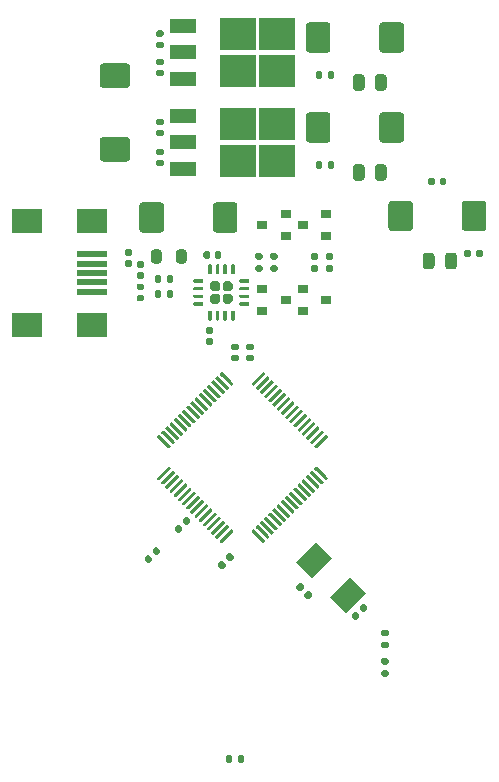
<source format=gbr>
%TF.GenerationSoftware,KiCad,Pcbnew,5.1.7-a382d34a8~87~ubuntu18.04.1*%
%TF.CreationDate,2020-10-15T21:21:34+02:00*%
%TF.ProjectId,veriController,76657269-436f-46e7-9472-6f6c6c65722e,rev?*%
%TF.SameCoordinates,Original*%
%TF.FileFunction,Paste,Top*%
%TF.FilePolarity,Positive*%
%FSLAX46Y46*%
G04 Gerber Fmt 4.6, Leading zero omitted, Abs format (unit mm)*
G04 Created by KiCad (PCBNEW 5.1.7-a382d34a8~87~ubuntu18.04.1) date 2020-10-15 21:21:34*
%MOMM*%
%LPD*%
G01*
G04 APERTURE LIST*
%ADD10C,0.100000*%
%ADD11R,2.200000X1.200000*%
%ADD12R,3.050000X2.750000*%
%ADD13R,0.900000X0.800000*%
%ADD14R,2.500000X2.000000*%
%ADD15R,2.500000X0.500000*%
G04 APERTURE END LIST*
%TO.C,U1*%
G36*
G01*
X63478134Y-91300899D02*
X63584200Y-91194833D01*
G75*
G02*
X63690266Y-91194833I53033J-53033D01*
G01*
X64627182Y-92131749D01*
G75*
G02*
X64627182Y-92237815I-53033J-53033D01*
G01*
X64521116Y-92343881D01*
G75*
G02*
X64415050Y-92343881I-53033J53033D01*
G01*
X63478134Y-91406965D01*
G75*
G02*
X63478134Y-91300899I53033J53033D01*
G01*
G37*
G36*
G01*
X63124581Y-91654453D02*
X63230647Y-91548387D01*
G75*
G02*
X63336713Y-91548387I53033J-53033D01*
G01*
X64273629Y-92485303D01*
G75*
G02*
X64273629Y-92591369I-53033J-53033D01*
G01*
X64167563Y-92697435D01*
G75*
G02*
X64061497Y-92697435I-53033J53033D01*
G01*
X63124581Y-91760519D01*
G75*
G02*
X63124581Y-91654453I53033J53033D01*
G01*
G37*
G36*
G01*
X62771027Y-92008006D02*
X62877093Y-91901940D01*
G75*
G02*
X62983159Y-91901940I53033J-53033D01*
G01*
X63920075Y-92838856D01*
G75*
G02*
X63920075Y-92944922I-53033J-53033D01*
G01*
X63814009Y-93050988D01*
G75*
G02*
X63707943Y-93050988I-53033J53033D01*
G01*
X62771027Y-92114072D01*
G75*
G02*
X62771027Y-92008006I53033J53033D01*
G01*
G37*
G36*
G01*
X62417474Y-92361560D02*
X62523540Y-92255494D01*
G75*
G02*
X62629606Y-92255494I53033J-53033D01*
G01*
X63566522Y-93192410D01*
G75*
G02*
X63566522Y-93298476I-53033J-53033D01*
G01*
X63460456Y-93404542D01*
G75*
G02*
X63354390Y-93404542I-53033J53033D01*
G01*
X62417474Y-92467626D01*
G75*
G02*
X62417474Y-92361560I53033J53033D01*
G01*
G37*
G36*
G01*
X62063921Y-92715113D02*
X62169987Y-92609047D01*
G75*
G02*
X62276053Y-92609047I53033J-53033D01*
G01*
X63212969Y-93545963D01*
G75*
G02*
X63212969Y-93652029I-53033J-53033D01*
G01*
X63106903Y-93758095D01*
G75*
G02*
X63000837Y-93758095I-53033J53033D01*
G01*
X62063921Y-92821179D01*
G75*
G02*
X62063921Y-92715113I53033J53033D01*
G01*
G37*
G36*
G01*
X61710367Y-93068666D02*
X61816433Y-92962600D01*
G75*
G02*
X61922499Y-92962600I53033J-53033D01*
G01*
X62859415Y-93899516D01*
G75*
G02*
X62859415Y-94005582I-53033J-53033D01*
G01*
X62753349Y-94111648D01*
G75*
G02*
X62647283Y-94111648I-53033J53033D01*
G01*
X61710367Y-93174732D01*
G75*
G02*
X61710367Y-93068666I53033J53033D01*
G01*
G37*
G36*
G01*
X61356814Y-93422220D02*
X61462880Y-93316154D01*
G75*
G02*
X61568946Y-93316154I53033J-53033D01*
G01*
X62505862Y-94253070D01*
G75*
G02*
X62505862Y-94359136I-53033J-53033D01*
G01*
X62399796Y-94465202D01*
G75*
G02*
X62293730Y-94465202I-53033J53033D01*
G01*
X61356814Y-93528286D01*
G75*
G02*
X61356814Y-93422220I53033J53033D01*
G01*
G37*
G36*
G01*
X61003261Y-93775773D02*
X61109327Y-93669707D01*
G75*
G02*
X61215393Y-93669707I53033J-53033D01*
G01*
X62152309Y-94606623D01*
G75*
G02*
X62152309Y-94712689I-53033J-53033D01*
G01*
X62046243Y-94818755D01*
G75*
G02*
X61940177Y-94818755I-53033J53033D01*
G01*
X61003261Y-93881839D01*
G75*
G02*
X61003261Y-93775773I53033J53033D01*
G01*
G37*
G36*
G01*
X60649707Y-94129327D02*
X60755773Y-94023261D01*
G75*
G02*
X60861839Y-94023261I53033J-53033D01*
G01*
X61798755Y-94960177D01*
G75*
G02*
X61798755Y-95066243I-53033J-53033D01*
G01*
X61692689Y-95172309D01*
G75*
G02*
X61586623Y-95172309I-53033J53033D01*
G01*
X60649707Y-94235393D01*
G75*
G02*
X60649707Y-94129327I53033J53033D01*
G01*
G37*
G36*
G01*
X60296154Y-94482880D02*
X60402220Y-94376814D01*
G75*
G02*
X60508286Y-94376814I53033J-53033D01*
G01*
X61445202Y-95313730D01*
G75*
G02*
X61445202Y-95419796I-53033J-53033D01*
G01*
X61339136Y-95525862D01*
G75*
G02*
X61233070Y-95525862I-53033J53033D01*
G01*
X60296154Y-94588946D01*
G75*
G02*
X60296154Y-94482880I53033J53033D01*
G01*
G37*
G36*
G01*
X59942600Y-94836433D02*
X60048666Y-94730367D01*
G75*
G02*
X60154732Y-94730367I53033J-53033D01*
G01*
X61091648Y-95667283D01*
G75*
G02*
X61091648Y-95773349I-53033J-53033D01*
G01*
X60985582Y-95879415D01*
G75*
G02*
X60879516Y-95879415I-53033J53033D01*
G01*
X59942600Y-94942499D01*
G75*
G02*
X59942600Y-94836433I53033J53033D01*
G01*
G37*
G36*
G01*
X59589047Y-95189987D02*
X59695113Y-95083921D01*
G75*
G02*
X59801179Y-95083921I53033J-53033D01*
G01*
X60738095Y-96020837D01*
G75*
G02*
X60738095Y-96126903I-53033J-53033D01*
G01*
X60632029Y-96232969D01*
G75*
G02*
X60525963Y-96232969I-53033J53033D01*
G01*
X59589047Y-95296053D01*
G75*
G02*
X59589047Y-95189987I53033J53033D01*
G01*
G37*
G36*
G01*
X59235494Y-95543540D02*
X59341560Y-95437474D01*
G75*
G02*
X59447626Y-95437474I53033J-53033D01*
G01*
X60384542Y-96374390D01*
G75*
G02*
X60384542Y-96480456I-53033J-53033D01*
G01*
X60278476Y-96586522D01*
G75*
G02*
X60172410Y-96586522I-53033J53033D01*
G01*
X59235494Y-95649606D01*
G75*
G02*
X59235494Y-95543540I53033J53033D01*
G01*
G37*
G36*
G01*
X58881940Y-95897093D02*
X58988006Y-95791027D01*
G75*
G02*
X59094072Y-95791027I53033J-53033D01*
G01*
X60030988Y-96727943D01*
G75*
G02*
X60030988Y-96834009I-53033J-53033D01*
G01*
X59924922Y-96940075D01*
G75*
G02*
X59818856Y-96940075I-53033J53033D01*
G01*
X58881940Y-96003159D01*
G75*
G02*
X58881940Y-95897093I53033J53033D01*
G01*
G37*
G36*
G01*
X58528387Y-96250647D02*
X58634453Y-96144581D01*
G75*
G02*
X58740519Y-96144581I53033J-53033D01*
G01*
X59677435Y-97081497D01*
G75*
G02*
X59677435Y-97187563I-53033J-53033D01*
G01*
X59571369Y-97293629D01*
G75*
G02*
X59465303Y-97293629I-53033J53033D01*
G01*
X58528387Y-96356713D01*
G75*
G02*
X58528387Y-96250647I53033J53033D01*
G01*
G37*
G36*
G01*
X58174833Y-96604200D02*
X58280899Y-96498134D01*
G75*
G02*
X58386965Y-96498134I53033J-53033D01*
G01*
X59323881Y-97435050D01*
G75*
G02*
X59323881Y-97541116I-53033J-53033D01*
G01*
X59217815Y-97647182D01*
G75*
G02*
X59111749Y-97647182I-53033J53033D01*
G01*
X58174833Y-96710266D01*
G75*
G02*
X58174833Y-96604200I53033J53033D01*
G01*
G37*
G36*
G01*
X58174833Y-100139734D02*
X59111749Y-99202818D01*
G75*
G02*
X59217815Y-99202818I53033J-53033D01*
G01*
X59323881Y-99308884D01*
G75*
G02*
X59323881Y-99414950I-53033J-53033D01*
G01*
X58386965Y-100351866D01*
G75*
G02*
X58280899Y-100351866I-53033J53033D01*
G01*
X58174833Y-100245800D01*
G75*
G02*
X58174833Y-100139734I53033J53033D01*
G01*
G37*
G36*
G01*
X58528387Y-100493287D02*
X59465303Y-99556371D01*
G75*
G02*
X59571369Y-99556371I53033J-53033D01*
G01*
X59677435Y-99662437D01*
G75*
G02*
X59677435Y-99768503I-53033J-53033D01*
G01*
X58740519Y-100705419D01*
G75*
G02*
X58634453Y-100705419I-53033J53033D01*
G01*
X58528387Y-100599353D01*
G75*
G02*
X58528387Y-100493287I53033J53033D01*
G01*
G37*
G36*
G01*
X58881940Y-100846841D02*
X59818856Y-99909925D01*
G75*
G02*
X59924922Y-99909925I53033J-53033D01*
G01*
X60030988Y-100015991D01*
G75*
G02*
X60030988Y-100122057I-53033J-53033D01*
G01*
X59094072Y-101058973D01*
G75*
G02*
X58988006Y-101058973I-53033J53033D01*
G01*
X58881940Y-100952907D01*
G75*
G02*
X58881940Y-100846841I53033J53033D01*
G01*
G37*
G36*
G01*
X59235494Y-101200394D02*
X60172410Y-100263478D01*
G75*
G02*
X60278476Y-100263478I53033J-53033D01*
G01*
X60384542Y-100369544D01*
G75*
G02*
X60384542Y-100475610I-53033J-53033D01*
G01*
X59447626Y-101412526D01*
G75*
G02*
X59341560Y-101412526I-53033J53033D01*
G01*
X59235494Y-101306460D01*
G75*
G02*
X59235494Y-101200394I53033J53033D01*
G01*
G37*
G36*
G01*
X59589047Y-101553947D02*
X60525963Y-100617031D01*
G75*
G02*
X60632029Y-100617031I53033J-53033D01*
G01*
X60738095Y-100723097D01*
G75*
G02*
X60738095Y-100829163I-53033J-53033D01*
G01*
X59801179Y-101766079D01*
G75*
G02*
X59695113Y-101766079I-53033J53033D01*
G01*
X59589047Y-101660013D01*
G75*
G02*
X59589047Y-101553947I53033J53033D01*
G01*
G37*
G36*
G01*
X59942600Y-101907501D02*
X60879516Y-100970585D01*
G75*
G02*
X60985582Y-100970585I53033J-53033D01*
G01*
X61091648Y-101076651D01*
G75*
G02*
X61091648Y-101182717I-53033J-53033D01*
G01*
X60154732Y-102119633D01*
G75*
G02*
X60048666Y-102119633I-53033J53033D01*
G01*
X59942600Y-102013567D01*
G75*
G02*
X59942600Y-101907501I53033J53033D01*
G01*
G37*
G36*
G01*
X60296154Y-102261054D02*
X61233070Y-101324138D01*
G75*
G02*
X61339136Y-101324138I53033J-53033D01*
G01*
X61445202Y-101430204D01*
G75*
G02*
X61445202Y-101536270I-53033J-53033D01*
G01*
X60508286Y-102473186D01*
G75*
G02*
X60402220Y-102473186I-53033J53033D01*
G01*
X60296154Y-102367120D01*
G75*
G02*
X60296154Y-102261054I53033J53033D01*
G01*
G37*
G36*
G01*
X60649707Y-102614607D02*
X61586623Y-101677691D01*
G75*
G02*
X61692689Y-101677691I53033J-53033D01*
G01*
X61798755Y-101783757D01*
G75*
G02*
X61798755Y-101889823I-53033J-53033D01*
G01*
X60861839Y-102826739D01*
G75*
G02*
X60755773Y-102826739I-53033J53033D01*
G01*
X60649707Y-102720673D01*
G75*
G02*
X60649707Y-102614607I53033J53033D01*
G01*
G37*
G36*
G01*
X61003261Y-102968161D02*
X61940177Y-102031245D01*
G75*
G02*
X62046243Y-102031245I53033J-53033D01*
G01*
X62152309Y-102137311D01*
G75*
G02*
X62152309Y-102243377I-53033J-53033D01*
G01*
X61215393Y-103180293D01*
G75*
G02*
X61109327Y-103180293I-53033J53033D01*
G01*
X61003261Y-103074227D01*
G75*
G02*
X61003261Y-102968161I53033J53033D01*
G01*
G37*
G36*
G01*
X61356814Y-103321714D02*
X62293730Y-102384798D01*
G75*
G02*
X62399796Y-102384798I53033J-53033D01*
G01*
X62505862Y-102490864D01*
G75*
G02*
X62505862Y-102596930I-53033J-53033D01*
G01*
X61568946Y-103533846D01*
G75*
G02*
X61462880Y-103533846I-53033J53033D01*
G01*
X61356814Y-103427780D01*
G75*
G02*
X61356814Y-103321714I53033J53033D01*
G01*
G37*
G36*
G01*
X61710367Y-103675268D02*
X62647283Y-102738352D01*
G75*
G02*
X62753349Y-102738352I53033J-53033D01*
G01*
X62859415Y-102844418D01*
G75*
G02*
X62859415Y-102950484I-53033J-53033D01*
G01*
X61922499Y-103887400D01*
G75*
G02*
X61816433Y-103887400I-53033J53033D01*
G01*
X61710367Y-103781334D01*
G75*
G02*
X61710367Y-103675268I53033J53033D01*
G01*
G37*
G36*
G01*
X62063921Y-104028821D02*
X63000837Y-103091905D01*
G75*
G02*
X63106903Y-103091905I53033J-53033D01*
G01*
X63212969Y-103197971D01*
G75*
G02*
X63212969Y-103304037I-53033J-53033D01*
G01*
X62276053Y-104240953D01*
G75*
G02*
X62169987Y-104240953I-53033J53033D01*
G01*
X62063921Y-104134887D01*
G75*
G02*
X62063921Y-104028821I53033J53033D01*
G01*
G37*
G36*
G01*
X62417474Y-104382374D02*
X63354390Y-103445458D01*
G75*
G02*
X63460456Y-103445458I53033J-53033D01*
G01*
X63566522Y-103551524D01*
G75*
G02*
X63566522Y-103657590I-53033J-53033D01*
G01*
X62629606Y-104594506D01*
G75*
G02*
X62523540Y-104594506I-53033J53033D01*
G01*
X62417474Y-104488440D01*
G75*
G02*
X62417474Y-104382374I53033J53033D01*
G01*
G37*
G36*
G01*
X62771027Y-104735928D02*
X63707943Y-103799012D01*
G75*
G02*
X63814009Y-103799012I53033J-53033D01*
G01*
X63920075Y-103905078D01*
G75*
G02*
X63920075Y-104011144I-53033J-53033D01*
G01*
X62983159Y-104948060D01*
G75*
G02*
X62877093Y-104948060I-53033J53033D01*
G01*
X62771027Y-104841994D01*
G75*
G02*
X62771027Y-104735928I53033J53033D01*
G01*
G37*
G36*
G01*
X63124581Y-105089481D02*
X64061497Y-104152565D01*
G75*
G02*
X64167563Y-104152565I53033J-53033D01*
G01*
X64273629Y-104258631D01*
G75*
G02*
X64273629Y-104364697I-53033J-53033D01*
G01*
X63336713Y-105301613D01*
G75*
G02*
X63230647Y-105301613I-53033J53033D01*
G01*
X63124581Y-105195547D01*
G75*
G02*
X63124581Y-105089481I53033J53033D01*
G01*
G37*
G36*
G01*
X63478134Y-105443035D02*
X64415050Y-104506119D01*
G75*
G02*
X64521116Y-104506119I53033J-53033D01*
G01*
X64627182Y-104612185D01*
G75*
G02*
X64627182Y-104718251I-53033J-53033D01*
G01*
X63690266Y-105655167D01*
G75*
G02*
X63584200Y-105655167I-53033J53033D01*
G01*
X63478134Y-105549101D01*
G75*
G02*
X63478134Y-105443035I53033J53033D01*
G01*
G37*
G36*
G01*
X66182818Y-104612185D02*
X66288884Y-104506119D01*
G75*
G02*
X66394950Y-104506119I53033J-53033D01*
G01*
X67331866Y-105443035D01*
G75*
G02*
X67331866Y-105549101I-53033J-53033D01*
G01*
X67225800Y-105655167D01*
G75*
G02*
X67119734Y-105655167I-53033J53033D01*
G01*
X66182818Y-104718251D01*
G75*
G02*
X66182818Y-104612185I53033J53033D01*
G01*
G37*
G36*
G01*
X66536371Y-104258631D02*
X66642437Y-104152565D01*
G75*
G02*
X66748503Y-104152565I53033J-53033D01*
G01*
X67685419Y-105089481D01*
G75*
G02*
X67685419Y-105195547I-53033J-53033D01*
G01*
X67579353Y-105301613D01*
G75*
G02*
X67473287Y-105301613I-53033J53033D01*
G01*
X66536371Y-104364697D01*
G75*
G02*
X66536371Y-104258631I53033J53033D01*
G01*
G37*
G36*
G01*
X66889925Y-103905078D02*
X66995991Y-103799012D01*
G75*
G02*
X67102057Y-103799012I53033J-53033D01*
G01*
X68038973Y-104735928D01*
G75*
G02*
X68038973Y-104841994I-53033J-53033D01*
G01*
X67932907Y-104948060D01*
G75*
G02*
X67826841Y-104948060I-53033J53033D01*
G01*
X66889925Y-104011144D01*
G75*
G02*
X66889925Y-103905078I53033J53033D01*
G01*
G37*
G36*
G01*
X67243478Y-103551524D02*
X67349544Y-103445458D01*
G75*
G02*
X67455610Y-103445458I53033J-53033D01*
G01*
X68392526Y-104382374D01*
G75*
G02*
X68392526Y-104488440I-53033J-53033D01*
G01*
X68286460Y-104594506D01*
G75*
G02*
X68180394Y-104594506I-53033J53033D01*
G01*
X67243478Y-103657590D01*
G75*
G02*
X67243478Y-103551524I53033J53033D01*
G01*
G37*
G36*
G01*
X67597031Y-103197971D02*
X67703097Y-103091905D01*
G75*
G02*
X67809163Y-103091905I53033J-53033D01*
G01*
X68746079Y-104028821D01*
G75*
G02*
X68746079Y-104134887I-53033J-53033D01*
G01*
X68640013Y-104240953D01*
G75*
G02*
X68533947Y-104240953I-53033J53033D01*
G01*
X67597031Y-103304037D01*
G75*
G02*
X67597031Y-103197971I53033J53033D01*
G01*
G37*
G36*
G01*
X67950585Y-102844418D02*
X68056651Y-102738352D01*
G75*
G02*
X68162717Y-102738352I53033J-53033D01*
G01*
X69099633Y-103675268D01*
G75*
G02*
X69099633Y-103781334I-53033J-53033D01*
G01*
X68993567Y-103887400D01*
G75*
G02*
X68887501Y-103887400I-53033J53033D01*
G01*
X67950585Y-102950484D01*
G75*
G02*
X67950585Y-102844418I53033J53033D01*
G01*
G37*
G36*
G01*
X68304138Y-102490864D02*
X68410204Y-102384798D01*
G75*
G02*
X68516270Y-102384798I53033J-53033D01*
G01*
X69453186Y-103321714D01*
G75*
G02*
X69453186Y-103427780I-53033J-53033D01*
G01*
X69347120Y-103533846D01*
G75*
G02*
X69241054Y-103533846I-53033J53033D01*
G01*
X68304138Y-102596930D01*
G75*
G02*
X68304138Y-102490864I53033J53033D01*
G01*
G37*
G36*
G01*
X68657691Y-102137311D02*
X68763757Y-102031245D01*
G75*
G02*
X68869823Y-102031245I53033J-53033D01*
G01*
X69806739Y-102968161D01*
G75*
G02*
X69806739Y-103074227I-53033J-53033D01*
G01*
X69700673Y-103180293D01*
G75*
G02*
X69594607Y-103180293I-53033J53033D01*
G01*
X68657691Y-102243377D01*
G75*
G02*
X68657691Y-102137311I53033J53033D01*
G01*
G37*
G36*
G01*
X69011245Y-101783757D02*
X69117311Y-101677691D01*
G75*
G02*
X69223377Y-101677691I53033J-53033D01*
G01*
X70160293Y-102614607D01*
G75*
G02*
X70160293Y-102720673I-53033J-53033D01*
G01*
X70054227Y-102826739D01*
G75*
G02*
X69948161Y-102826739I-53033J53033D01*
G01*
X69011245Y-101889823D01*
G75*
G02*
X69011245Y-101783757I53033J53033D01*
G01*
G37*
G36*
G01*
X69364798Y-101430204D02*
X69470864Y-101324138D01*
G75*
G02*
X69576930Y-101324138I53033J-53033D01*
G01*
X70513846Y-102261054D01*
G75*
G02*
X70513846Y-102367120I-53033J-53033D01*
G01*
X70407780Y-102473186D01*
G75*
G02*
X70301714Y-102473186I-53033J53033D01*
G01*
X69364798Y-101536270D01*
G75*
G02*
X69364798Y-101430204I53033J53033D01*
G01*
G37*
G36*
G01*
X69718352Y-101076651D02*
X69824418Y-100970585D01*
G75*
G02*
X69930484Y-100970585I53033J-53033D01*
G01*
X70867400Y-101907501D01*
G75*
G02*
X70867400Y-102013567I-53033J-53033D01*
G01*
X70761334Y-102119633D01*
G75*
G02*
X70655268Y-102119633I-53033J53033D01*
G01*
X69718352Y-101182717D01*
G75*
G02*
X69718352Y-101076651I53033J53033D01*
G01*
G37*
G36*
G01*
X70071905Y-100723097D02*
X70177971Y-100617031D01*
G75*
G02*
X70284037Y-100617031I53033J-53033D01*
G01*
X71220953Y-101553947D01*
G75*
G02*
X71220953Y-101660013I-53033J-53033D01*
G01*
X71114887Y-101766079D01*
G75*
G02*
X71008821Y-101766079I-53033J53033D01*
G01*
X70071905Y-100829163D01*
G75*
G02*
X70071905Y-100723097I53033J53033D01*
G01*
G37*
G36*
G01*
X70425458Y-100369544D02*
X70531524Y-100263478D01*
G75*
G02*
X70637590Y-100263478I53033J-53033D01*
G01*
X71574506Y-101200394D01*
G75*
G02*
X71574506Y-101306460I-53033J-53033D01*
G01*
X71468440Y-101412526D01*
G75*
G02*
X71362374Y-101412526I-53033J53033D01*
G01*
X70425458Y-100475610D01*
G75*
G02*
X70425458Y-100369544I53033J53033D01*
G01*
G37*
G36*
G01*
X70779012Y-100015991D02*
X70885078Y-99909925D01*
G75*
G02*
X70991144Y-99909925I53033J-53033D01*
G01*
X71928060Y-100846841D01*
G75*
G02*
X71928060Y-100952907I-53033J-53033D01*
G01*
X71821994Y-101058973D01*
G75*
G02*
X71715928Y-101058973I-53033J53033D01*
G01*
X70779012Y-100122057D01*
G75*
G02*
X70779012Y-100015991I53033J53033D01*
G01*
G37*
G36*
G01*
X71132565Y-99662437D02*
X71238631Y-99556371D01*
G75*
G02*
X71344697Y-99556371I53033J-53033D01*
G01*
X72281613Y-100493287D01*
G75*
G02*
X72281613Y-100599353I-53033J-53033D01*
G01*
X72175547Y-100705419D01*
G75*
G02*
X72069481Y-100705419I-53033J53033D01*
G01*
X71132565Y-99768503D01*
G75*
G02*
X71132565Y-99662437I53033J53033D01*
G01*
G37*
G36*
G01*
X71486119Y-99308884D02*
X71592185Y-99202818D01*
G75*
G02*
X71698251Y-99202818I53033J-53033D01*
G01*
X72635167Y-100139734D01*
G75*
G02*
X72635167Y-100245800I-53033J-53033D01*
G01*
X72529101Y-100351866D01*
G75*
G02*
X72423035Y-100351866I-53033J53033D01*
G01*
X71486119Y-99414950D01*
G75*
G02*
X71486119Y-99308884I53033J53033D01*
G01*
G37*
G36*
G01*
X71486119Y-97435050D02*
X72423035Y-96498134D01*
G75*
G02*
X72529101Y-96498134I53033J-53033D01*
G01*
X72635167Y-96604200D01*
G75*
G02*
X72635167Y-96710266I-53033J-53033D01*
G01*
X71698251Y-97647182D01*
G75*
G02*
X71592185Y-97647182I-53033J53033D01*
G01*
X71486119Y-97541116D01*
G75*
G02*
X71486119Y-97435050I53033J53033D01*
G01*
G37*
G36*
G01*
X71132565Y-97081497D02*
X72069481Y-96144581D01*
G75*
G02*
X72175547Y-96144581I53033J-53033D01*
G01*
X72281613Y-96250647D01*
G75*
G02*
X72281613Y-96356713I-53033J-53033D01*
G01*
X71344697Y-97293629D01*
G75*
G02*
X71238631Y-97293629I-53033J53033D01*
G01*
X71132565Y-97187563D01*
G75*
G02*
X71132565Y-97081497I53033J53033D01*
G01*
G37*
G36*
G01*
X70779012Y-96727943D02*
X71715928Y-95791027D01*
G75*
G02*
X71821994Y-95791027I53033J-53033D01*
G01*
X71928060Y-95897093D01*
G75*
G02*
X71928060Y-96003159I-53033J-53033D01*
G01*
X70991144Y-96940075D01*
G75*
G02*
X70885078Y-96940075I-53033J53033D01*
G01*
X70779012Y-96834009D01*
G75*
G02*
X70779012Y-96727943I53033J53033D01*
G01*
G37*
G36*
G01*
X70425458Y-96374390D02*
X71362374Y-95437474D01*
G75*
G02*
X71468440Y-95437474I53033J-53033D01*
G01*
X71574506Y-95543540D01*
G75*
G02*
X71574506Y-95649606I-53033J-53033D01*
G01*
X70637590Y-96586522D01*
G75*
G02*
X70531524Y-96586522I-53033J53033D01*
G01*
X70425458Y-96480456D01*
G75*
G02*
X70425458Y-96374390I53033J53033D01*
G01*
G37*
G36*
G01*
X70071905Y-96020837D02*
X71008821Y-95083921D01*
G75*
G02*
X71114887Y-95083921I53033J-53033D01*
G01*
X71220953Y-95189987D01*
G75*
G02*
X71220953Y-95296053I-53033J-53033D01*
G01*
X70284037Y-96232969D01*
G75*
G02*
X70177971Y-96232969I-53033J53033D01*
G01*
X70071905Y-96126903D01*
G75*
G02*
X70071905Y-96020837I53033J53033D01*
G01*
G37*
G36*
G01*
X69718352Y-95667283D02*
X70655268Y-94730367D01*
G75*
G02*
X70761334Y-94730367I53033J-53033D01*
G01*
X70867400Y-94836433D01*
G75*
G02*
X70867400Y-94942499I-53033J-53033D01*
G01*
X69930484Y-95879415D01*
G75*
G02*
X69824418Y-95879415I-53033J53033D01*
G01*
X69718352Y-95773349D01*
G75*
G02*
X69718352Y-95667283I53033J53033D01*
G01*
G37*
G36*
G01*
X69364798Y-95313730D02*
X70301714Y-94376814D01*
G75*
G02*
X70407780Y-94376814I53033J-53033D01*
G01*
X70513846Y-94482880D01*
G75*
G02*
X70513846Y-94588946I-53033J-53033D01*
G01*
X69576930Y-95525862D01*
G75*
G02*
X69470864Y-95525862I-53033J53033D01*
G01*
X69364798Y-95419796D01*
G75*
G02*
X69364798Y-95313730I53033J53033D01*
G01*
G37*
G36*
G01*
X69011245Y-94960177D02*
X69948161Y-94023261D01*
G75*
G02*
X70054227Y-94023261I53033J-53033D01*
G01*
X70160293Y-94129327D01*
G75*
G02*
X70160293Y-94235393I-53033J-53033D01*
G01*
X69223377Y-95172309D01*
G75*
G02*
X69117311Y-95172309I-53033J53033D01*
G01*
X69011245Y-95066243D01*
G75*
G02*
X69011245Y-94960177I53033J53033D01*
G01*
G37*
G36*
G01*
X68657691Y-94606623D02*
X69594607Y-93669707D01*
G75*
G02*
X69700673Y-93669707I53033J-53033D01*
G01*
X69806739Y-93775773D01*
G75*
G02*
X69806739Y-93881839I-53033J-53033D01*
G01*
X68869823Y-94818755D01*
G75*
G02*
X68763757Y-94818755I-53033J53033D01*
G01*
X68657691Y-94712689D01*
G75*
G02*
X68657691Y-94606623I53033J53033D01*
G01*
G37*
G36*
G01*
X68304138Y-94253070D02*
X69241054Y-93316154D01*
G75*
G02*
X69347120Y-93316154I53033J-53033D01*
G01*
X69453186Y-93422220D01*
G75*
G02*
X69453186Y-93528286I-53033J-53033D01*
G01*
X68516270Y-94465202D01*
G75*
G02*
X68410204Y-94465202I-53033J53033D01*
G01*
X68304138Y-94359136D01*
G75*
G02*
X68304138Y-94253070I53033J53033D01*
G01*
G37*
G36*
G01*
X67950585Y-93899516D02*
X68887501Y-92962600D01*
G75*
G02*
X68993567Y-92962600I53033J-53033D01*
G01*
X69099633Y-93068666D01*
G75*
G02*
X69099633Y-93174732I-53033J-53033D01*
G01*
X68162717Y-94111648D01*
G75*
G02*
X68056651Y-94111648I-53033J53033D01*
G01*
X67950585Y-94005582D01*
G75*
G02*
X67950585Y-93899516I53033J53033D01*
G01*
G37*
G36*
G01*
X67597031Y-93545963D02*
X68533947Y-92609047D01*
G75*
G02*
X68640013Y-92609047I53033J-53033D01*
G01*
X68746079Y-92715113D01*
G75*
G02*
X68746079Y-92821179I-53033J-53033D01*
G01*
X67809163Y-93758095D01*
G75*
G02*
X67703097Y-93758095I-53033J53033D01*
G01*
X67597031Y-93652029D01*
G75*
G02*
X67597031Y-93545963I53033J53033D01*
G01*
G37*
G36*
G01*
X67243478Y-93192410D02*
X68180394Y-92255494D01*
G75*
G02*
X68286460Y-92255494I53033J-53033D01*
G01*
X68392526Y-92361560D01*
G75*
G02*
X68392526Y-92467626I-53033J-53033D01*
G01*
X67455610Y-93404542D01*
G75*
G02*
X67349544Y-93404542I-53033J53033D01*
G01*
X67243478Y-93298476D01*
G75*
G02*
X67243478Y-93192410I53033J53033D01*
G01*
G37*
G36*
G01*
X66889925Y-92838856D02*
X67826841Y-91901940D01*
G75*
G02*
X67932907Y-91901940I53033J-53033D01*
G01*
X68038973Y-92008006D01*
G75*
G02*
X68038973Y-92114072I-53033J-53033D01*
G01*
X67102057Y-93050988D01*
G75*
G02*
X66995991Y-93050988I-53033J53033D01*
G01*
X66889925Y-92944922D01*
G75*
G02*
X66889925Y-92838856I53033J53033D01*
G01*
G37*
G36*
G01*
X66536371Y-92485303D02*
X67473287Y-91548387D01*
G75*
G02*
X67579353Y-91548387I53033J-53033D01*
G01*
X67685419Y-91654453D01*
G75*
G02*
X67685419Y-91760519I-53033J-53033D01*
G01*
X66748503Y-92697435D01*
G75*
G02*
X66642437Y-92697435I-53033J53033D01*
G01*
X66536371Y-92591369D01*
G75*
G02*
X66536371Y-92485303I53033J53033D01*
G01*
G37*
G36*
G01*
X66182818Y-92131749D02*
X67119734Y-91194833D01*
G75*
G02*
X67225800Y-91194833I53033J-53033D01*
G01*
X67331866Y-91300899D01*
G75*
G02*
X67331866Y-91406965I-53033J-53033D01*
G01*
X66394950Y-92343881D01*
G75*
G02*
X66288884Y-92343881I-53033J53033D01*
G01*
X66182818Y-92237815D01*
G75*
G02*
X66182818Y-92131749I53033J53033D01*
G01*
G37*
%TD*%
D10*
%TO.C,Y1*%
G36*
X69928151Y-107312208D02*
G01*
X71625208Y-105615151D01*
X72968711Y-106958654D01*
X71271654Y-108655711D01*
X69928151Y-107312208D01*
G37*
G36*
X72827289Y-110211346D02*
G01*
X74524346Y-108514289D01*
X75867849Y-109857792D01*
X74170792Y-111554849D01*
X72827289Y-110211346D01*
G37*
%TD*%
%TO.C,C5*%
G36*
G01*
X70590787Y-109466371D02*
X70350371Y-109706787D01*
G75*
G02*
X70152381Y-109706787I-98995J98995D01*
G01*
X69954391Y-109508797D01*
G75*
G02*
X69954391Y-109310807I98995J98995D01*
G01*
X70194807Y-109070391D01*
G75*
G02*
X70392797Y-109070391I98995J-98995D01*
G01*
X70590787Y-109268381D01*
G75*
G02*
X70590787Y-109466371I-98995J-98995D01*
G01*
G37*
G36*
G01*
X71269609Y-110145193D02*
X71029193Y-110385609D01*
G75*
G02*
X70831203Y-110385609I-98995J98995D01*
G01*
X70633213Y-110187619D01*
G75*
G02*
X70633213Y-109989629I98995J98995D01*
G01*
X70873629Y-109749213D01*
G75*
G02*
X71071619Y-109749213I98995J-98995D01*
G01*
X71269609Y-109947203D01*
G75*
G02*
X71269609Y-110145193I-98995J-98995D01*
G01*
G37*
%TD*%
%TO.C,C1*%
G36*
G01*
X64600000Y-88775000D02*
X64940000Y-88775000D01*
G75*
G02*
X65080000Y-88915000I0J-140000D01*
G01*
X65080000Y-89195000D01*
G75*
G02*
X64940000Y-89335000I-140000J0D01*
G01*
X64600000Y-89335000D01*
G75*
G02*
X64460000Y-89195000I0J140000D01*
G01*
X64460000Y-88915000D01*
G75*
G02*
X64600000Y-88775000I140000J0D01*
G01*
G37*
G36*
G01*
X64600000Y-89735000D02*
X64940000Y-89735000D01*
G75*
G02*
X65080000Y-89875000I0J-140000D01*
G01*
X65080000Y-90155000D01*
G75*
G02*
X64940000Y-90295000I-140000J0D01*
G01*
X64600000Y-90295000D01*
G75*
G02*
X64460000Y-90155000I0J140000D01*
G01*
X64460000Y-89875000D01*
G75*
G02*
X64600000Y-89735000I140000J0D01*
G01*
G37*
%TD*%
%TO.C,C2*%
G36*
G01*
X59907807Y-104797609D02*
X59667391Y-104557193D01*
G75*
G02*
X59667391Y-104359203I98995J98995D01*
G01*
X59865381Y-104161213D01*
G75*
G02*
X60063371Y-104161213I98995J-98995D01*
G01*
X60303787Y-104401629D01*
G75*
G02*
X60303787Y-104599619I-98995J-98995D01*
G01*
X60105797Y-104797609D01*
G75*
G02*
X59907807Y-104797609I-98995J98995D01*
G01*
G37*
G36*
G01*
X60586629Y-104118787D02*
X60346213Y-103878371D01*
G75*
G02*
X60346213Y-103680381I98995J98995D01*
G01*
X60544203Y-103482391D01*
G75*
G02*
X60742193Y-103482391I98995J-98995D01*
G01*
X60982609Y-103722807D01*
G75*
G02*
X60982609Y-103920797I-98995J-98995D01*
G01*
X60784619Y-104118787D01*
G75*
G02*
X60586629Y-104118787I-98995J98995D01*
G01*
G37*
%TD*%
%TO.C,C3*%
G36*
G01*
X57523371Y-106701213D02*
X57763787Y-106941629D01*
G75*
G02*
X57763787Y-107139619I-98995J-98995D01*
G01*
X57565797Y-107337609D01*
G75*
G02*
X57367807Y-107337609I-98995J98995D01*
G01*
X57127391Y-107097193D01*
G75*
G02*
X57127391Y-106899203I98995J98995D01*
G01*
X57325381Y-106701213D01*
G75*
G02*
X57523371Y-106701213I98995J-98995D01*
G01*
G37*
G36*
G01*
X58202193Y-106022391D02*
X58442609Y-106262807D01*
G75*
G02*
X58442609Y-106460797I-98995J-98995D01*
G01*
X58244619Y-106658787D01*
G75*
G02*
X58046629Y-106658787I-98995J98995D01*
G01*
X57806213Y-106418371D01*
G75*
G02*
X57806213Y-106220381I98995J98995D01*
G01*
X58004203Y-106022391D01*
G75*
G02*
X58202193Y-106022391I98995J-98995D01*
G01*
G37*
%TD*%
%TO.C,C6*%
G36*
G01*
X65870000Y-88775000D02*
X66210000Y-88775000D01*
G75*
G02*
X66350000Y-88915000I0J-140000D01*
G01*
X66350000Y-89195000D01*
G75*
G02*
X66210000Y-89335000I-140000J0D01*
G01*
X65870000Y-89335000D01*
G75*
G02*
X65730000Y-89195000I0J140000D01*
G01*
X65730000Y-88915000D01*
G75*
G02*
X65870000Y-88775000I140000J0D01*
G01*
G37*
G36*
G01*
X65870000Y-89735000D02*
X66210000Y-89735000D01*
G75*
G02*
X66350000Y-89875000I0J-140000D01*
G01*
X66350000Y-90155000D01*
G75*
G02*
X66210000Y-90295000I-140000J0D01*
G01*
X65870000Y-90295000D01*
G75*
G02*
X65730000Y-90155000I0J140000D01*
G01*
X65730000Y-89875000D01*
G75*
G02*
X65870000Y-89735000I140000J0D01*
G01*
G37*
%TD*%
%TO.C,C7*%
G36*
G01*
X64269629Y-107166787D02*
X64029213Y-106926371D01*
G75*
G02*
X64029213Y-106728381I98995J98995D01*
G01*
X64227203Y-106530391D01*
G75*
G02*
X64425193Y-106530391I98995J-98995D01*
G01*
X64665609Y-106770807D01*
G75*
G02*
X64665609Y-106968797I-98995J-98995D01*
G01*
X64467619Y-107166787D01*
G75*
G02*
X64269629Y-107166787I-98995J98995D01*
G01*
G37*
G36*
G01*
X63590807Y-107845609D02*
X63350391Y-107605193D01*
G75*
G02*
X63350391Y-107407203I98995J98995D01*
G01*
X63548381Y-107209213D01*
G75*
G02*
X63746371Y-107209213I98995J-98995D01*
G01*
X63986787Y-107449629D01*
G75*
G02*
X63986787Y-107647619I-98995J-98995D01*
G01*
X63788797Y-107845609D01*
G75*
G02*
X63590807Y-107845609I-98995J98995D01*
G01*
G37*
%TD*%
%TO.C,C9*%
G36*
G01*
X58250000Y-65605000D02*
X58590000Y-65605000D01*
G75*
G02*
X58730000Y-65745000I0J-140000D01*
G01*
X58730000Y-66025000D01*
G75*
G02*
X58590000Y-66165000I-140000J0D01*
G01*
X58250000Y-66165000D01*
G75*
G02*
X58110000Y-66025000I0J140000D01*
G01*
X58110000Y-65745000D01*
G75*
G02*
X58250000Y-65605000I140000J0D01*
G01*
G37*
G36*
G01*
X58250000Y-64645000D02*
X58590000Y-64645000D01*
G75*
G02*
X58730000Y-64785000I0J-140000D01*
G01*
X58730000Y-65065000D01*
G75*
G02*
X58590000Y-65205000I-140000J0D01*
G01*
X58250000Y-65205000D01*
G75*
G02*
X58110000Y-65065000I0J140000D01*
G01*
X58110000Y-64785000D01*
G75*
G02*
X58250000Y-64645000I140000J0D01*
G01*
G37*
%TD*%
%TO.C,C10*%
G36*
G01*
X55635000Y-73365000D02*
X53585000Y-73365000D01*
G75*
G02*
X53335000Y-73115000I0J250000D01*
G01*
X53335000Y-71540000D01*
G75*
G02*
X53585000Y-71290000I250000J0D01*
G01*
X55635000Y-71290000D01*
G75*
G02*
X55885000Y-71540000I0J-250000D01*
G01*
X55885000Y-73115000D01*
G75*
G02*
X55635000Y-73365000I-250000J0D01*
G01*
G37*
G36*
G01*
X55635000Y-67140000D02*
X53585000Y-67140000D01*
G75*
G02*
X53335000Y-66890000I0J250000D01*
G01*
X53335000Y-65315000D01*
G75*
G02*
X53585000Y-65065000I250000J0D01*
G01*
X55635000Y-65065000D01*
G75*
G02*
X55885000Y-65315000I0J-250000D01*
G01*
X55885000Y-66890000D01*
G75*
G02*
X55635000Y-67140000I-250000J0D01*
G01*
G37*
%TD*%
%TO.C,C11*%
G36*
G01*
X58250000Y-63220000D02*
X58590000Y-63220000D01*
G75*
G02*
X58730000Y-63360000I0J-140000D01*
G01*
X58730000Y-63640000D01*
G75*
G02*
X58590000Y-63780000I-140000J0D01*
G01*
X58250000Y-63780000D01*
G75*
G02*
X58110000Y-63640000I0J140000D01*
G01*
X58110000Y-63360000D01*
G75*
G02*
X58250000Y-63220000I140000J0D01*
G01*
G37*
G36*
G01*
X58250000Y-62260000D02*
X58590000Y-62260000D01*
G75*
G02*
X58730000Y-62400000I0J-140000D01*
G01*
X58730000Y-62680000D01*
G75*
G02*
X58590000Y-62820000I-140000J0D01*
G01*
X58250000Y-62820000D01*
G75*
G02*
X58110000Y-62680000I0J140000D01*
G01*
X58110000Y-62400000D01*
G75*
G02*
X58250000Y-62260000I140000J0D01*
G01*
G37*
%TD*%
%TO.C,C12*%
G36*
G01*
X58250000Y-69725000D02*
X58590000Y-69725000D01*
G75*
G02*
X58730000Y-69865000I0J-140000D01*
G01*
X58730000Y-70145000D01*
G75*
G02*
X58590000Y-70285000I-140000J0D01*
G01*
X58250000Y-70285000D01*
G75*
G02*
X58110000Y-70145000I0J140000D01*
G01*
X58110000Y-69865000D01*
G75*
G02*
X58250000Y-69725000I140000J0D01*
G01*
G37*
G36*
G01*
X58250000Y-70685000D02*
X58590000Y-70685000D01*
G75*
G02*
X58730000Y-70825000I0J-140000D01*
G01*
X58730000Y-71105000D01*
G75*
G02*
X58590000Y-71245000I-140000J0D01*
G01*
X58250000Y-71245000D01*
G75*
G02*
X58110000Y-71105000I0J140000D01*
G01*
X58110000Y-70825000D01*
G75*
G02*
X58250000Y-70685000I140000J0D01*
G01*
G37*
%TD*%
%TO.C,C13*%
G36*
G01*
X77005000Y-63890000D02*
X77005000Y-61840000D01*
G75*
G02*
X77255000Y-61590000I250000J0D01*
G01*
X78830000Y-61590000D01*
G75*
G02*
X79080000Y-61840000I0J-250000D01*
G01*
X79080000Y-63890000D01*
G75*
G02*
X78830000Y-64140000I-250000J0D01*
G01*
X77255000Y-64140000D01*
G75*
G02*
X77005000Y-63890000I0J250000D01*
G01*
G37*
G36*
G01*
X70780000Y-63890000D02*
X70780000Y-61840000D01*
G75*
G02*
X71030000Y-61590000I250000J0D01*
G01*
X72605000Y-61590000D01*
G75*
G02*
X72855000Y-61840000I0J-250000D01*
G01*
X72855000Y-63890000D01*
G75*
G02*
X72605000Y-64140000I-250000J0D01*
G01*
X71030000Y-64140000D01*
G75*
G02*
X70780000Y-63890000I0J250000D01*
G01*
G37*
%TD*%
%TO.C,C14*%
G36*
G01*
X70780000Y-71510000D02*
X70780000Y-69460000D01*
G75*
G02*
X71030000Y-69210000I250000J0D01*
G01*
X72605000Y-69210000D01*
G75*
G02*
X72855000Y-69460000I0J-250000D01*
G01*
X72855000Y-71510000D01*
G75*
G02*
X72605000Y-71760000I-250000J0D01*
G01*
X71030000Y-71760000D01*
G75*
G02*
X70780000Y-71510000I0J250000D01*
G01*
G37*
G36*
G01*
X77005000Y-71510000D02*
X77005000Y-69460000D01*
G75*
G02*
X77255000Y-69210000I250000J0D01*
G01*
X78830000Y-69210000D01*
G75*
G02*
X79080000Y-69460000I0J-250000D01*
G01*
X79080000Y-71510000D01*
G75*
G02*
X78830000Y-71760000I-250000J0D01*
G01*
X77255000Y-71760000D01*
G75*
G02*
X77005000Y-71510000I0J250000D01*
G01*
G37*
%TD*%
%TO.C,C15*%
G36*
G01*
X81155000Y-75227000D02*
X81155000Y-74887000D01*
G75*
G02*
X81295000Y-74747000I140000J0D01*
G01*
X81575000Y-74747000D01*
G75*
G02*
X81715000Y-74887000I0J-140000D01*
G01*
X81715000Y-75227000D01*
G75*
G02*
X81575000Y-75367000I-140000J0D01*
G01*
X81295000Y-75367000D01*
G75*
G02*
X81155000Y-75227000I0J140000D01*
G01*
G37*
G36*
G01*
X82115000Y-75227000D02*
X82115000Y-74887000D01*
G75*
G02*
X82255000Y-74747000I140000J0D01*
G01*
X82535000Y-74747000D01*
G75*
G02*
X82675000Y-74887000I0J-140000D01*
G01*
X82675000Y-75227000D01*
G75*
G02*
X82535000Y-75367000I-140000J0D01*
G01*
X82255000Y-75367000D01*
G75*
G02*
X82115000Y-75227000I0J140000D01*
G01*
G37*
%TD*%
%TO.C,C16*%
G36*
G01*
X79840000Y-76953000D02*
X79840000Y-79003000D01*
G75*
G02*
X79590000Y-79253000I-250000J0D01*
G01*
X78015000Y-79253000D01*
G75*
G02*
X77765000Y-79003000I0J250000D01*
G01*
X77765000Y-76953000D01*
G75*
G02*
X78015000Y-76703000I250000J0D01*
G01*
X79590000Y-76703000D01*
G75*
G02*
X79840000Y-76953000I0J-250000D01*
G01*
G37*
G36*
G01*
X86065000Y-76953000D02*
X86065000Y-79003000D01*
G75*
G02*
X85815000Y-79253000I-250000J0D01*
G01*
X84240000Y-79253000D01*
G75*
G02*
X83990000Y-79003000I0J250000D01*
G01*
X83990000Y-76953000D01*
G75*
G02*
X84240000Y-76703000I250000J0D01*
G01*
X85815000Y-76703000D01*
G75*
G02*
X86065000Y-76953000I0J-250000D01*
G01*
G37*
%TD*%
%TO.C,D1*%
G36*
G01*
X77625000Y-66218750D02*
X77625000Y-67131250D01*
G75*
G02*
X77381250Y-67375000I-243750J0D01*
G01*
X76893750Y-67375000D01*
G75*
G02*
X76650000Y-67131250I0J243750D01*
G01*
X76650000Y-66218750D01*
G75*
G02*
X76893750Y-65975000I243750J0D01*
G01*
X77381250Y-65975000D01*
G75*
G02*
X77625000Y-66218750I0J-243750D01*
G01*
G37*
G36*
G01*
X75750000Y-66218750D02*
X75750000Y-67131250D01*
G75*
G02*
X75506250Y-67375000I-243750J0D01*
G01*
X75018750Y-67375000D01*
G75*
G02*
X74775000Y-67131250I0J243750D01*
G01*
X74775000Y-66218750D01*
G75*
G02*
X75018750Y-65975000I243750J0D01*
G01*
X75506250Y-65975000D01*
G75*
G02*
X75750000Y-66218750I0J-243750D01*
G01*
G37*
%TD*%
%TO.C,D2*%
G36*
G01*
X77625000Y-73838750D02*
X77625000Y-74751250D01*
G75*
G02*
X77381250Y-74995000I-243750J0D01*
G01*
X76893750Y-74995000D01*
G75*
G02*
X76650000Y-74751250I0J243750D01*
G01*
X76650000Y-73838750D01*
G75*
G02*
X76893750Y-73595000I243750J0D01*
G01*
X77381250Y-73595000D01*
G75*
G02*
X77625000Y-73838750I0J-243750D01*
G01*
G37*
G36*
G01*
X75750000Y-73838750D02*
X75750000Y-74751250D01*
G75*
G02*
X75506250Y-74995000I-243750J0D01*
G01*
X75018750Y-74995000D01*
G75*
G02*
X74775000Y-74751250I0J243750D01*
G01*
X74775000Y-73838750D01*
G75*
G02*
X75018750Y-73595000I243750J0D01*
G01*
X75506250Y-73595000D01*
G75*
G02*
X75750000Y-73838750I0J-243750D01*
G01*
G37*
%TD*%
%TO.C,D3*%
G36*
G01*
X82570500Y-82244250D02*
X82570500Y-81331750D01*
G75*
G02*
X82814250Y-81088000I243750J0D01*
G01*
X83301750Y-81088000D01*
G75*
G02*
X83545500Y-81331750I0J-243750D01*
G01*
X83545500Y-82244250D01*
G75*
G02*
X83301750Y-82488000I-243750J0D01*
G01*
X82814250Y-82488000D01*
G75*
G02*
X82570500Y-82244250I0J243750D01*
G01*
G37*
G36*
G01*
X80695500Y-82244250D02*
X80695500Y-81331750D01*
G75*
G02*
X80939250Y-81088000I243750J0D01*
G01*
X81426750Y-81088000D01*
G75*
G02*
X81670500Y-81331750I0J-243750D01*
G01*
X81670500Y-82244250D01*
G75*
G02*
X81426750Y-82488000I-243750J0D01*
G01*
X80939250Y-82488000D01*
G75*
G02*
X80695500Y-82244250I0J243750D01*
G01*
G37*
%TD*%
%TO.C,R3*%
G36*
G01*
X65010000Y-124137000D02*
X65010000Y-123767000D01*
G75*
G02*
X65145000Y-123632000I135000J0D01*
G01*
X65415000Y-123632000D01*
G75*
G02*
X65550000Y-123767000I0J-135000D01*
G01*
X65550000Y-124137000D01*
G75*
G02*
X65415000Y-124272000I-135000J0D01*
G01*
X65145000Y-124272000D01*
G75*
G02*
X65010000Y-124137000I0J135000D01*
G01*
G37*
G36*
G01*
X63990000Y-124137000D02*
X63990000Y-123767000D01*
G75*
G02*
X64125000Y-123632000I135000J0D01*
G01*
X64395000Y-123632000D01*
G75*
G02*
X64530000Y-123767000I0J-135000D01*
G01*
X64530000Y-124137000D01*
G75*
G02*
X64395000Y-124272000I-135000J0D01*
G01*
X64125000Y-124272000D01*
G75*
G02*
X63990000Y-124137000I0J135000D01*
G01*
G37*
%TD*%
%TO.C,R4*%
G36*
G01*
X71610000Y-66225000D02*
X71610000Y-65855000D01*
G75*
G02*
X71745000Y-65720000I135000J0D01*
G01*
X72015000Y-65720000D01*
G75*
G02*
X72150000Y-65855000I0J-135000D01*
G01*
X72150000Y-66225000D01*
G75*
G02*
X72015000Y-66360000I-135000J0D01*
G01*
X71745000Y-66360000D01*
G75*
G02*
X71610000Y-66225000I0J135000D01*
G01*
G37*
G36*
G01*
X72630000Y-66225000D02*
X72630000Y-65855000D01*
G75*
G02*
X72765000Y-65720000I135000J0D01*
G01*
X73035000Y-65720000D01*
G75*
G02*
X73170000Y-65855000I0J-135000D01*
G01*
X73170000Y-66225000D01*
G75*
G02*
X73035000Y-66360000I-135000J0D01*
G01*
X72765000Y-66360000D01*
G75*
G02*
X72630000Y-66225000I0J135000D01*
G01*
G37*
%TD*%
%TO.C,R5*%
G36*
G01*
X71610000Y-73845000D02*
X71610000Y-73475000D01*
G75*
G02*
X71745000Y-73340000I135000J0D01*
G01*
X72015000Y-73340000D01*
G75*
G02*
X72150000Y-73475000I0J-135000D01*
G01*
X72150000Y-73845000D01*
G75*
G02*
X72015000Y-73980000I-135000J0D01*
G01*
X71745000Y-73980000D01*
G75*
G02*
X71610000Y-73845000I0J135000D01*
G01*
G37*
G36*
G01*
X72630000Y-73845000D02*
X72630000Y-73475000D01*
G75*
G02*
X72765000Y-73340000I135000J0D01*
G01*
X73035000Y-73340000D01*
G75*
G02*
X73170000Y-73475000I0J-135000D01*
G01*
X73170000Y-73845000D01*
G75*
G02*
X73035000Y-73980000I-135000J0D01*
G01*
X72765000Y-73980000D01*
G75*
G02*
X72630000Y-73845000I0J135000D01*
G01*
G37*
%TD*%
%TO.C,R6*%
G36*
G01*
X84723000Y-80968000D02*
X84723000Y-81338000D01*
G75*
G02*
X84588000Y-81473000I-135000J0D01*
G01*
X84318000Y-81473000D01*
G75*
G02*
X84183000Y-81338000I0J135000D01*
G01*
X84183000Y-80968000D01*
G75*
G02*
X84318000Y-80833000I135000J0D01*
G01*
X84588000Y-80833000D01*
G75*
G02*
X84723000Y-80968000I0J-135000D01*
G01*
G37*
G36*
G01*
X85743000Y-80968000D02*
X85743000Y-81338000D01*
G75*
G02*
X85608000Y-81473000I-135000J0D01*
G01*
X85338000Y-81473000D01*
G75*
G02*
X85203000Y-81338000I0J135000D01*
G01*
X85203000Y-80968000D01*
G75*
G02*
X85338000Y-80833000I135000J0D01*
G01*
X85608000Y-80833000D01*
G75*
G02*
X85743000Y-80968000I0J-135000D01*
G01*
G37*
%TD*%
D11*
%TO.C,U3*%
X60375000Y-69475000D03*
X60375000Y-71755000D03*
X60375000Y-74035000D03*
D12*
X68350000Y-73280000D03*
X65000000Y-70230000D03*
X68350000Y-70230000D03*
X65000000Y-73280000D03*
%TD*%
%TO.C,C4*%
G36*
G01*
X74893807Y-112163609D02*
X74653391Y-111923193D01*
G75*
G02*
X74653391Y-111725203I98995J98995D01*
G01*
X74851381Y-111527213D01*
G75*
G02*
X75049371Y-111527213I98995J-98995D01*
G01*
X75289787Y-111767629D01*
G75*
G02*
X75289787Y-111965619I-98995J-98995D01*
G01*
X75091797Y-112163609D01*
G75*
G02*
X74893807Y-112163609I-98995J98995D01*
G01*
G37*
G36*
G01*
X75572629Y-111484787D02*
X75332213Y-111244371D01*
G75*
G02*
X75332213Y-111046381I98995J98995D01*
G01*
X75530203Y-110848391D01*
G75*
G02*
X75728193Y-110848391I98995J-98995D01*
G01*
X75968609Y-111088807D01*
G75*
G02*
X75968609Y-111286797I-98995J-98995D01*
G01*
X75770619Y-111484787D01*
G75*
G02*
X75572629Y-111484787I-98995J98995D01*
G01*
G37*
%TD*%
%TO.C,C17*%
G36*
G01*
X62665000Y-81110000D02*
X62665000Y-81450000D01*
G75*
G02*
X62525000Y-81590000I-140000J0D01*
G01*
X62245000Y-81590000D01*
G75*
G02*
X62105000Y-81450000I0J140000D01*
G01*
X62105000Y-81110000D01*
G75*
G02*
X62245000Y-80970000I140000J0D01*
G01*
X62525000Y-80970000D01*
G75*
G02*
X62665000Y-81110000I0J-140000D01*
G01*
G37*
G36*
G01*
X63625000Y-81110000D02*
X63625000Y-81450000D01*
G75*
G02*
X63485000Y-81590000I-140000J0D01*
G01*
X63205000Y-81590000D01*
G75*
G02*
X63065000Y-81450000I0J140000D01*
G01*
X63065000Y-81110000D01*
G75*
G02*
X63205000Y-80970000I140000J0D01*
G01*
X63485000Y-80970000D01*
G75*
G02*
X63625000Y-81110000I0J-140000D01*
G01*
G37*
%TD*%
%TO.C,C18*%
G36*
G01*
X56683000Y-79130000D02*
X56683000Y-77080000D01*
G75*
G02*
X56933000Y-76830000I250000J0D01*
G01*
X58508000Y-76830000D01*
G75*
G02*
X58758000Y-77080000I0J-250000D01*
G01*
X58758000Y-79130000D01*
G75*
G02*
X58508000Y-79380000I-250000J0D01*
G01*
X56933000Y-79380000D01*
G75*
G02*
X56683000Y-79130000I0J250000D01*
G01*
G37*
G36*
G01*
X62908000Y-79130000D02*
X62908000Y-77080000D01*
G75*
G02*
X63158000Y-76830000I250000J0D01*
G01*
X64733000Y-76830000D01*
G75*
G02*
X64983000Y-77080000I0J-250000D01*
G01*
X64983000Y-79130000D01*
G75*
G02*
X64733000Y-79380000I-250000J0D01*
G01*
X63158000Y-79380000D01*
G75*
G02*
X62908000Y-79130000I0J250000D01*
G01*
G37*
%TD*%
%TO.C,C19*%
G36*
G01*
X56599000Y-81790000D02*
X56939000Y-81790000D01*
G75*
G02*
X57079000Y-81930000I0J-140000D01*
G01*
X57079000Y-82210000D01*
G75*
G02*
X56939000Y-82350000I-140000J0D01*
G01*
X56599000Y-82350000D01*
G75*
G02*
X56459000Y-82210000I0J140000D01*
G01*
X56459000Y-81930000D01*
G75*
G02*
X56599000Y-81790000I140000J0D01*
G01*
G37*
G36*
G01*
X56599000Y-82750000D02*
X56939000Y-82750000D01*
G75*
G02*
X57079000Y-82890000I0J-140000D01*
G01*
X57079000Y-83170000D01*
G75*
G02*
X56939000Y-83310000I-140000J0D01*
G01*
X56599000Y-83310000D01*
G75*
G02*
X56459000Y-83170000I0J140000D01*
G01*
X56459000Y-82890000D01*
G75*
G02*
X56599000Y-82750000I140000J0D01*
G01*
G37*
%TD*%
%TO.C,C20*%
G36*
G01*
X56939000Y-84255000D02*
X56599000Y-84255000D01*
G75*
G02*
X56459000Y-84115000I0J140000D01*
G01*
X56459000Y-83835000D01*
G75*
G02*
X56599000Y-83695000I140000J0D01*
G01*
X56939000Y-83695000D01*
G75*
G02*
X57079000Y-83835000I0J-140000D01*
G01*
X57079000Y-84115000D01*
G75*
G02*
X56939000Y-84255000I-140000J0D01*
G01*
G37*
G36*
G01*
X56939000Y-85215000D02*
X56599000Y-85215000D01*
G75*
G02*
X56459000Y-85075000I0J140000D01*
G01*
X56459000Y-84795000D01*
G75*
G02*
X56599000Y-84655000I140000J0D01*
G01*
X56939000Y-84655000D01*
G75*
G02*
X57079000Y-84795000I0J-140000D01*
G01*
X57079000Y-85075000D01*
G75*
G02*
X56939000Y-85215000I-140000J0D01*
G01*
G37*
%TD*%
%TO.C,C21*%
G36*
G01*
X62781000Y-88898000D02*
X62441000Y-88898000D01*
G75*
G02*
X62301000Y-88758000I0J140000D01*
G01*
X62301000Y-88478000D01*
G75*
G02*
X62441000Y-88338000I140000J0D01*
G01*
X62781000Y-88338000D01*
G75*
G02*
X62921000Y-88478000I0J-140000D01*
G01*
X62921000Y-88758000D01*
G75*
G02*
X62781000Y-88898000I-140000J0D01*
G01*
G37*
G36*
G01*
X62781000Y-87938000D02*
X62441000Y-87938000D01*
G75*
G02*
X62301000Y-87798000I0J140000D01*
G01*
X62301000Y-87518000D01*
G75*
G02*
X62441000Y-87378000I140000J0D01*
G01*
X62781000Y-87378000D01*
G75*
G02*
X62921000Y-87518000I0J-140000D01*
G01*
X62921000Y-87798000D01*
G75*
G02*
X62781000Y-87938000I-140000J0D01*
G01*
G37*
%TD*%
D13*
%TO.C,Q1*%
X69072000Y-85090000D03*
X67072000Y-86040000D03*
X67072000Y-84140000D03*
%TD*%
%TO.C,Q2*%
X67072000Y-78740000D03*
X69072000Y-77790000D03*
X69072000Y-79690000D03*
%TD*%
%TO.C,Q3*%
X70501000Y-84140000D03*
X70501000Y-86040000D03*
X72501000Y-85090000D03*
%TD*%
%TO.C,Q4*%
X72501000Y-79690000D03*
X72501000Y-77790000D03*
X70501000Y-78740000D03*
%TD*%
%TO.C,R7*%
G36*
G01*
X58535000Y-83127000D02*
X58535000Y-83497000D01*
G75*
G02*
X58400000Y-83632000I-135000J0D01*
G01*
X58130000Y-83632000D01*
G75*
G02*
X57995000Y-83497000I0J135000D01*
G01*
X57995000Y-83127000D01*
G75*
G02*
X58130000Y-82992000I135000J0D01*
G01*
X58400000Y-82992000D01*
G75*
G02*
X58535000Y-83127000I0J-135000D01*
G01*
G37*
G36*
G01*
X59555000Y-83127000D02*
X59555000Y-83497000D01*
G75*
G02*
X59420000Y-83632000I-135000J0D01*
G01*
X59150000Y-83632000D01*
G75*
G02*
X59015000Y-83497000I0J135000D01*
G01*
X59015000Y-83127000D01*
G75*
G02*
X59150000Y-82992000I135000J0D01*
G01*
X59420000Y-82992000D01*
G75*
G02*
X59555000Y-83127000I0J-135000D01*
G01*
G37*
%TD*%
%TO.C,R8*%
G36*
G01*
X57995000Y-84767000D02*
X57995000Y-84397000D01*
G75*
G02*
X58130000Y-84262000I135000J0D01*
G01*
X58400000Y-84262000D01*
G75*
G02*
X58535000Y-84397000I0J-135000D01*
G01*
X58535000Y-84767000D01*
G75*
G02*
X58400000Y-84902000I-135000J0D01*
G01*
X58130000Y-84902000D01*
G75*
G02*
X57995000Y-84767000I0J135000D01*
G01*
G37*
G36*
G01*
X59015000Y-84767000D02*
X59015000Y-84397000D01*
G75*
G02*
X59150000Y-84262000I135000J0D01*
G01*
X59420000Y-84262000D01*
G75*
G02*
X59555000Y-84397000I0J-135000D01*
G01*
X59555000Y-84767000D01*
G75*
G02*
X59420000Y-84902000I-135000J0D01*
G01*
X59150000Y-84902000D01*
G75*
G02*
X59015000Y-84767000I0J135000D01*
G01*
G37*
%TD*%
%TO.C,R9*%
G36*
G01*
X71686000Y-82695000D02*
X71316000Y-82695000D01*
G75*
G02*
X71181000Y-82560000I0J135000D01*
G01*
X71181000Y-82290000D01*
G75*
G02*
X71316000Y-82155000I135000J0D01*
G01*
X71686000Y-82155000D01*
G75*
G02*
X71821000Y-82290000I0J-135000D01*
G01*
X71821000Y-82560000D01*
G75*
G02*
X71686000Y-82695000I-135000J0D01*
G01*
G37*
G36*
G01*
X71686000Y-81675000D02*
X71316000Y-81675000D01*
G75*
G02*
X71181000Y-81540000I0J135000D01*
G01*
X71181000Y-81270000D01*
G75*
G02*
X71316000Y-81135000I135000J0D01*
G01*
X71686000Y-81135000D01*
G75*
G02*
X71821000Y-81270000I0J-135000D01*
G01*
X71821000Y-81540000D01*
G75*
G02*
X71686000Y-81675000I-135000J0D01*
G01*
G37*
%TD*%
%TO.C,R10*%
G36*
G01*
X66617000Y-81135000D02*
X66987000Y-81135000D01*
G75*
G02*
X67122000Y-81270000I0J-135000D01*
G01*
X67122000Y-81540000D01*
G75*
G02*
X66987000Y-81675000I-135000J0D01*
G01*
X66617000Y-81675000D01*
G75*
G02*
X66482000Y-81540000I0J135000D01*
G01*
X66482000Y-81270000D01*
G75*
G02*
X66617000Y-81135000I135000J0D01*
G01*
G37*
G36*
G01*
X66617000Y-82155000D02*
X66987000Y-82155000D01*
G75*
G02*
X67122000Y-82290000I0J-135000D01*
G01*
X67122000Y-82560000D01*
G75*
G02*
X66987000Y-82695000I-135000J0D01*
G01*
X66617000Y-82695000D01*
G75*
G02*
X66482000Y-82560000I0J135000D01*
G01*
X66482000Y-82290000D01*
G75*
G02*
X66617000Y-82155000I135000J0D01*
G01*
G37*
%TD*%
%TO.C,R11*%
G36*
G01*
X72956000Y-81675000D02*
X72586000Y-81675000D01*
G75*
G02*
X72451000Y-81540000I0J135000D01*
G01*
X72451000Y-81270000D01*
G75*
G02*
X72586000Y-81135000I135000J0D01*
G01*
X72956000Y-81135000D01*
G75*
G02*
X73091000Y-81270000I0J-135000D01*
G01*
X73091000Y-81540000D01*
G75*
G02*
X72956000Y-81675000I-135000J0D01*
G01*
G37*
G36*
G01*
X72956000Y-82695000D02*
X72586000Y-82695000D01*
G75*
G02*
X72451000Y-82560000I0J135000D01*
G01*
X72451000Y-82290000D01*
G75*
G02*
X72586000Y-82155000I135000J0D01*
G01*
X72956000Y-82155000D01*
G75*
G02*
X73091000Y-82290000I0J-135000D01*
G01*
X73091000Y-82560000D01*
G75*
G02*
X72956000Y-82695000I-135000J0D01*
G01*
G37*
%TD*%
%TO.C,R12*%
G36*
G01*
X67887000Y-82155000D02*
X68257000Y-82155000D01*
G75*
G02*
X68392000Y-82290000I0J-135000D01*
G01*
X68392000Y-82560000D01*
G75*
G02*
X68257000Y-82695000I-135000J0D01*
G01*
X67887000Y-82695000D01*
G75*
G02*
X67752000Y-82560000I0J135000D01*
G01*
X67752000Y-82290000D01*
G75*
G02*
X67887000Y-82155000I135000J0D01*
G01*
G37*
G36*
G01*
X67887000Y-81135000D02*
X68257000Y-81135000D01*
G75*
G02*
X68392000Y-81270000I0J-135000D01*
G01*
X68392000Y-81540000D01*
G75*
G02*
X68257000Y-81675000I-135000J0D01*
G01*
X67887000Y-81675000D01*
G75*
G02*
X67752000Y-81540000I0J135000D01*
G01*
X67752000Y-81270000D01*
G75*
G02*
X67887000Y-81135000I135000J0D01*
G01*
G37*
%TD*%
%TO.C,U4*%
G36*
G01*
X64527000Y-82080000D02*
X64677000Y-82080000D01*
G75*
G02*
X64752000Y-82155000I0J-75000D01*
G01*
X64752000Y-82855000D01*
G75*
G02*
X64677000Y-82930000I-75000J0D01*
G01*
X64527000Y-82930000D01*
G75*
G02*
X64452000Y-82855000I0J75000D01*
G01*
X64452000Y-82155000D01*
G75*
G02*
X64527000Y-82080000I75000J0D01*
G01*
G37*
G36*
G01*
X63877000Y-82080000D02*
X64027000Y-82080000D01*
G75*
G02*
X64102000Y-82155000I0J-75000D01*
G01*
X64102000Y-82855000D01*
G75*
G02*
X64027000Y-82930000I-75000J0D01*
G01*
X63877000Y-82930000D01*
G75*
G02*
X63802000Y-82855000I0J75000D01*
G01*
X63802000Y-82155000D01*
G75*
G02*
X63877000Y-82080000I75000J0D01*
G01*
G37*
G36*
G01*
X63227000Y-82080000D02*
X63377000Y-82080000D01*
G75*
G02*
X63452000Y-82155000I0J-75000D01*
G01*
X63452000Y-82855000D01*
G75*
G02*
X63377000Y-82930000I-75000J0D01*
G01*
X63227000Y-82930000D01*
G75*
G02*
X63152000Y-82855000I0J75000D01*
G01*
X63152000Y-82155000D01*
G75*
G02*
X63227000Y-82080000I75000J0D01*
G01*
G37*
G36*
G01*
X62577000Y-82080000D02*
X62727000Y-82080000D01*
G75*
G02*
X62802000Y-82155000I0J-75000D01*
G01*
X62802000Y-82855000D01*
G75*
G02*
X62727000Y-82930000I-75000J0D01*
G01*
X62577000Y-82930000D01*
G75*
G02*
X62502000Y-82855000I0J75000D01*
G01*
X62502000Y-82155000D01*
G75*
G02*
X62577000Y-82080000I75000J0D01*
G01*
G37*
G36*
G01*
X61327000Y-83330000D02*
X62027000Y-83330000D01*
G75*
G02*
X62102000Y-83405000I0J-75000D01*
G01*
X62102000Y-83555000D01*
G75*
G02*
X62027000Y-83630000I-75000J0D01*
G01*
X61327000Y-83630000D01*
G75*
G02*
X61252000Y-83555000I0J75000D01*
G01*
X61252000Y-83405000D01*
G75*
G02*
X61327000Y-83330000I75000J0D01*
G01*
G37*
G36*
G01*
X61327000Y-83980000D02*
X62027000Y-83980000D01*
G75*
G02*
X62102000Y-84055000I0J-75000D01*
G01*
X62102000Y-84205000D01*
G75*
G02*
X62027000Y-84280000I-75000J0D01*
G01*
X61327000Y-84280000D01*
G75*
G02*
X61252000Y-84205000I0J75000D01*
G01*
X61252000Y-84055000D01*
G75*
G02*
X61327000Y-83980000I75000J0D01*
G01*
G37*
G36*
G01*
X61327000Y-84630000D02*
X62027000Y-84630000D01*
G75*
G02*
X62102000Y-84705000I0J-75000D01*
G01*
X62102000Y-84855000D01*
G75*
G02*
X62027000Y-84930000I-75000J0D01*
G01*
X61327000Y-84930000D01*
G75*
G02*
X61252000Y-84855000I0J75000D01*
G01*
X61252000Y-84705000D01*
G75*
G02*
X61327000Y-84630000I75000J0D01*
G01*
G37*
G36*
G01*
X61327000Y-85280000D02*
X62027000Y-85280000D01*
G75*
G02*
X62102000Y-85355000I0J-75000D01*
G01*
X62102000Y-85505000D01*
G75*
G02*
X62027000Y-85580000I-75000J0D01*
G01*
X61327000Y-85580000D01*
G75*
G02*
X61252000Y-85505000I0J75000D01*
G01*
X61252000Y-85355000D01*
G75*
G02*
X61327000Y-85280000I75000J0D01*
G01*
G37*
G36*
G01*
X62577000Y-85980000D02*
X62727000Y-85980000D01*
G75*
G02*
X62802000Y-86055000I0J-75000D01*
G01*
X62802000Y-86755000D01*
G75*
G02*
X62727000Y-86830000I-75000J0D01*
G01*
X62577000Y-86830000D01*
G75*
G02*
X62502000Y-86755000I0J75000D01*
G01*
X62502000Y-86055000D01*
G75*
G02*
X62577000Y-85980000I75000J0D01*
G01*
G37*
G36*
G01*
X63227000Y-85980000D02*
X63377000Y-85980000D01*
G75*
G02*
X63452000Y-86055000I0J-75000D01*
G01*
X63452000Y-86755000D01*
G75*
G02*
X63377000Y-86830000I-75000J0D01*
G01*
X63227000Y-86830000D01*
G75*
G02*
X63152000Y-86755000I0J75000D01*
G01*
X63152000Y-86055000D01*
G75*
G02*
X63227000Y-85980000I75000J0D01*
G01*
G37*
G36*
G01*
X63877000Y-85980000D02*
X64027000Y-85980000D01*
G75*
G02*
X64102000Y-86055000I0J-75000D01*
G01*
X64102000Y-86755000D01*
G75*
G02*
X64027000Y-86830000I-75000J0D01*
G01*
X63877000Y-86830000D01*
G75*
G02*
X63802000Y-86755000I0J75000D01*
G01*
X63802000Y-86055000D01*
G75*
G02*
X63877000Y-85980000I75000J0D01*
G01*
G37*
G36*
G01*
X64527000Y-85980000D02*
X64677000Y-85980000D01*
G75*
G02*
X64752000Y-86055000I0J-75000D01*
G01*
X64752000Y-86755000D01*
G75*
G02*
X64677000Y-86830000I-75000J0D01*
G01*
X64527000Y-86830000D01*
G75*
G02*
X64452000Y-86755000I0J75000D01*
G01*
X64452000Y-86055000D01*
G75*
G02*
X64527000Y-85980000I75000J0D01*
G01*
G37*
G36*
G01*
X65227000Y-85280000D02*
X65927000Y-85280000D01*
G75*
G02*
X66002000Y-85355000I0J-75000D01*
G01*
X66002000Y-85505000D01*
G75*
G02*
X65927000Y-85580000I-75000J0D01*
G01*
X65227000Y-85580000D01*
G75*
G02*
X65152000Y-85505000I0J75000D01*
G01*
X65152000Y-85355000D01*
G75*
G02*
X65227000Y-85280000I75000J0D01*
G01*
G37*
G36*
G01*
X65227000Y-84630000D02*
X65927000Y-84630000D01*
G75*
G02*
X66002000Y-84705000I0J-75000D01*
G01*
X66002000Y-84855000D01*
G75*
G02*
X65927000Y-84930000I-75000J0D01*
G01*
X65227000Y-84930000D01*
G75*
G02*
X65152000Y-84855000I0J75000D01*
G01*
X65152000Y-84705000D01*
G75*
G02*
X65227000Y-84630000I75000J0D01*
G01*
G37*
G36*
G01*
X65227000Y-83980000D02*
X65927000Y-83980000D01*
G75*
G02*
X66002000Y-84055000I0J-75000D01*
G01*
X66002000Y-84205000D01*
G75*
G02*
X65927000Y-84280000I-75000J0D01*
G01*
X65227000Y-84280000D01*
G75*
G02*
X65152000Y-84205000I0J75000D01*
G01*
X65152000Y-84055000D01*
G75*
G02*
X65227000Y-83980000I75000J0D01*
G01*
G37*
G36*
G01*
X65227000Y-83330000D02*
X65927000Y-83330000D01*
G75*
G02*
X66002000Y-83405000I0J-75000D01*
G01*
X66002000Y-83555000D01*
G75*
G02*
X65927000Y-83630000I-75000J0D01*
G01*
X65227000Y-83630000D01*
G75*
G02*
X65152000Y-83555000I0J75000D01*
G01*
X65152000Y-83405000D01*
G75*
G02*
X65227000Y-83330000I75000J0D01*
G01*
G37*
G36*
G01*
X63939500Y-83505000D02*
X64364500Y-83505000D01*
G75*
G02*
X64577000Y-83717500I0J-212500D01*
G01*
X64577000Y-84142500D01*
G75*
G02*
X64364500Y-84355000I-212500J0D01*
G01*
X63939500Y-84355000D01*
G75*
G02*
X63727000Y-84142500I0J212500D01*
G01*
X63727000Y-83717500D01*
G75*
G02*
X63939500Y-83505000I212500J0D01*
G01*
G37*
G36*
G01*
X62889500Y-83505000D02*
X63314500Y-83505000D01*
G75*
G02*
X63527000Y-83717500I0J-212500D01*
G01*
X63527000Y-84142500D01*
G75*
G02*
X63314500Y-84355000I-212500J0D01*
G01*
X62889500Y-84355000D01*
G75*
G02*
X62677000Y-84142500I0J212500D01*
G01*
X62677000Y-83717500D01*
G75*
G02*
X62889500Y-83505000I212500J0D01*
G01*
G37*
G36*
G01*
X63939500Y-84555000D02*
X64364500Y-84555000D01*
G75*
G02*
X64577000Y-84767500I0J-212500D01*
G01*
X64577000Y-85192500D01*
G75*
G02*
X64364500Y-85405000I-212500J0D01*
G01*
X63939500Y-85405000D01*
G75*
G02*
X63727000Y-85192500I0J212500D01*
G01*
X63727000Y-84767500D01*
G75*
G02*
X63939500Y-84555000I212500J0D01*
G01*
G37*
G36*
G01*
X62889500Y-84555000D02*
X63314500Y-84555000D01*
G75*
G02*
X63527000Y-84767500I0J-212500D01*
G01*
X63527000Y-85192500D01*
G75*
G02*
X63314500Y-85405000I-212500J0D01*
G01*
X62889500Y-85405000D01*
G75*
G02*
X62677000Y-85192500I0J212500D01*
G01*
X62677000Y-84767500D01*
G75*
G02*
X62889500Y-84555000I212500J0D01*
G01*
G37*
%TD*%
D11*
%TO.C,U2*%
X60375000Y-61855000D03*
X60375000Y-64135000D03*
X60375000Y-66415000D03*
D12*
X68350000Y-65660000D03*
X65000000Y-62610000D03*
X68350000Y-62610000D03*
X65000000Y-65660000D03*
%TD*%
%TO.C,C8*%
G36*
G01*
X58250000Y-72265000D02*
X58590000Y-72265000D01*
G75*
G02*
X58730000Y-72405000I0J-140000D01*
G01*
X58730000Y-72685000D01*
G75*
G02*
X58590000Y-72825000I-140000J0D01*
G01*
X58250000Y-72825000D01*
G75*
G02*
X58110000Y-72685000I0J140000D01*
G01*
X58110000Y-72405000D01*
G75*
G02*
X58250000Y-72265000I140000J0D01*
G01*
G37*
G36*
G01*
X58250000Y-73225000D02*
X58590000Y-73225000D01*
G75*
G02*
X58730000Y-73365000I0J-140000D01*
G01*
X58730000Y-73645000D01*
G75*
G02*
X58590000Y-73785000I-140000J0D01*
G01*
X58250000Y-73785000D01*
G75*
G02*
X58110000Y-73645000I0J140000D01*
G01*
X58110000Y-73365000D01*
G75*
G02*
X58250000Y-73225000I140000J0D01*
G01*
G37*
%TD*%
%TO.C,R1*%
G36*
G01*
X77655000Y-114570000D02*
X77285000Y-114570000D01*
G75*
G02*
X77150000Y-114435000I0J135000D01*
G01*
X77150000Y-114165000D01*
G75*
G02*
X77285000Y-114030000I135000J0D01*
G01*
X77655000Y-114030000D01*
G75*
G02*
X77790000Y-114165000I0J-135000D01*
G01*
X77790000Y-114435000D01*
G75*
G02*
X77655000Y-114570000I-135000J0D01*
G01*
G37*
G36*
G01*
X77655000Y-113550000D02*
X77285000Y-113550000D01*
G75*
G02*
X77150000Y-113415000I0J135000D01*
G01*
X77150000Y-113145000D01*
G75*
G02*
X77285000Y-113010000I135000J0D01*
G01*
X77655000Y-113010000D01*
G75*
G02*
X77790000Y-113145000I0J-135000D01*
G01*
X77790000Y-113415000D01*
G75*
G02*
X77655000Y-113550000I-135000J0D01*
G01*
G37*
%TD*%
%TO.C,R2*%
G36*
G01*
X77655000Y-115965000D02*
X77285000Y-115965000D01*
G75*
G02*
X77150000Y-115830000I0J135000D01*
G01*
X77150000Y-115560000D01*
G75*
G02*
X77285000Y-115425000I135000J0D01*
G01*
X77655000Y-115425000D01*
G75*
G02*
X77790000Y-115560000I0J-135000D01*
G01*
X77790000Y-115830000D01*
G75*
G02*
X77655000Y-115965000I-135000J0D01*
G01*
G37*
G36*
G01*
X77655000Y-116985000D02*
X77285000Y-116985000D01*
G75*
G02*
X77150000Y-116850000I0J135000D01*
G01*
X77150000Y-116580000D01*
G75*
G02*
X77285000Y-116445000I135000J0D01*
G01*
X77655000Y-116445000D01*
G75*
G02*
X77790000Y-116580000I0J-135000D01*
G01*
X77790000Y-116850000D01*
G75*
G02*
X77655000Y-116985000I-135000J0D01*
G01*
G37*
%TD*%
%TO.C,C22*%
G36*
G01*
X55923000Y-82294000D02*
X55583000Y-82294000D01*
G75*
G02*
X55443000Y-82154000I0J140000D01*
G01*
X55443000Y-81874000D01*
G75*
G02*
X55583000Y-81734000I140000J0D01*
G01*
X55923000Y-81734000D01*
G75*
G02*
X56063000Y-81874000I0J-140000D01*
G01*
X56063000Y-82154000D01*
G75*
G02*
X55923000Y-82294000I-140000J0D01*
G01*
G37*
G36*
G01*
X55923000Y-81334000D02*
X55583000Y-81334000D01*
G75*
G02*
X55443000Y-81194000I0J140000D01*
G01*
X55443000Y-80914000D01*
G75*
G02*
X55583000Y-80774000I140000J0D01*
G01*
X55923000Y-80774000D01*
G75*
G02*
X56063000Y-80914000I0J-140000D01*
G01*
X56063000Y-81194000D01*
G75*
G02*
X55923000Y-81334000I-140000J0D01*
G01*
G37*
%TD*%
%TO.C,L1*%
G36*
G01*
X60682000Y-81025750D02*
X60682000Y-81788250D01*
G75*
G02*
X60463250Y-82007000I-218750J0D01*
G01*
X60025750Y-82007000D01*
G75*
G02*
X59807000Y-81788250I0J218750D01*
G01*
X59807000Y-81025750D01*
G75*
G02*
X60025750Y-80807000I218750J0D01*
G01*
X60463250Y-80807000D01*
G75*
G02*
X60682000Y-81025750I0J-218750D01*
G01*
G37*
G36*
G01*
X58557000Y-81025750D02*
X58557000Y-81788250D01*
G75*
G02*
X58338250Y-82007000I-218750J0D01*
G01*
X57900750Y-82007000D01*
G75*
G02*
X57682000Y-81788250I0J218750D01*
G01*
X57682000Y-81025750D01*
G75*
G02*
X57900750Y-80807000I218750J0D01*
G01*
X58338250Y-80807000D01*
G75*
G02*
X58557000Y-81025750I0J-218750D01*
G01*
G37*
%TD*%
D14*
%TO.C,J9*%
X47138000Y-78404000D03*
X47138000Y-87204000D03*
X52638000Y-78404000D03*
X52638000Y-87204000D03*
D15*
X52638000Y-81204000D03*
X52638000Y-82004000D03*
X52638000Y-82804000D03*
X52638000Y-83604000D03*
X52638000Y-84404000D03*
%TD*%
M02*

</source>
